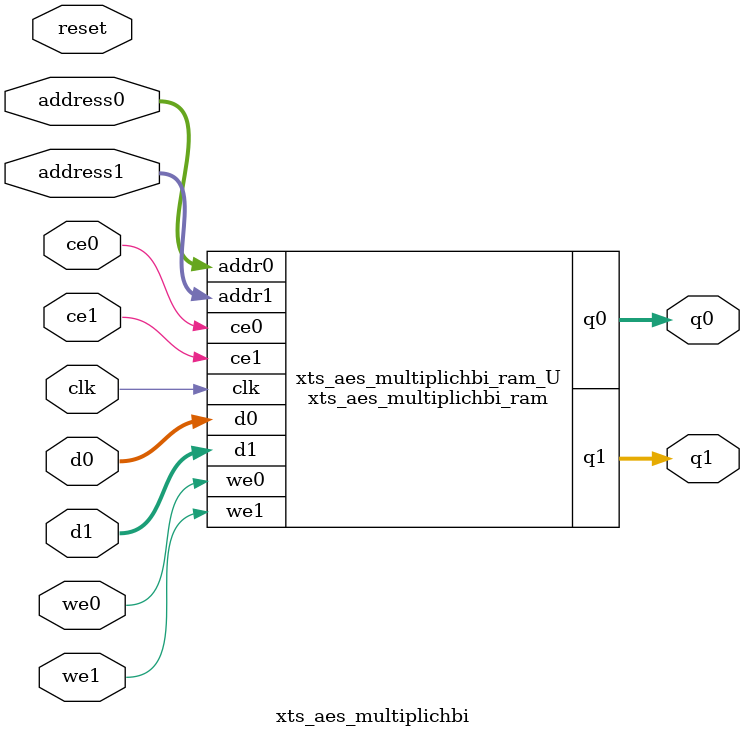
<source format=v>
`timescale 1 ns / 1 ps
module xts_aes_multiplichbi_ram (addr0, ce0, d0, we0, q0, addr1, ce1, d1, we1, q1,  clk);

parameter DWIDTH = 8;
parameter AWIDTH = 12;
parameter MEM_SIZE = 3840;

input[AWIDTH-1:0] addr0;
input ce0;
input[DWIDTH-1:0] d0;
input we0;
output reg[DWIDTH-1:0] q0;
input[AWIDTH-1:0] addr1;
input ce1;
input[DWIDTH-1:0] d1;
input we1;
output reg[DWIDTH-1:0] q1;
input clk;

(* ram_style = "block" *)reg [DWIDTH-1:0] ram[0:MEM_SIZE-1];




always @(posedge clk)  
begin 
    if (ce0) 
    begin
        if (we0) 
        begin 
            ram[addr0] <= d0; 
        end 
        q0 <= ram[addr0];
    end
end


always @(posedge clk)  
begin 
    if (ce1) 
    begin
        if (we1) 
        begin 
            ram[addr1] <= d1; 
        end 
        q1 <= ram[addr1];
    end
end


endmodule

`timescale 1 ns / 1 ps
module xts_aes_multiplichbi(
    reset,
    clk,
    address0,
    ce0,
    we0,
    d0,
    q0,
    address1,
    ce1,
    we1,
    d1,
    q1);

parameter DataWidth = 32'd8;
parameter AddressRange = 32'd3840;
parameter AddressWidth = 32'd12;
input reset;
input clk;
input[AddressWidth - 1:0] address0;
input ce0;
input we0;
input[DataWidth - 1:0] d0;
output[DataWidth - 1:0] q0;
input[AddressWidth - 1:0] address1;
input ce1;
input we1;
input[DataWidth - 1:0] d1;
output[DataWidth - 1:0] q1;



xts_aes_multiplichbi_ram xts_aes_multiplichbi_ram_U(
    .clk( clk ),
    .addr0( address0 ),
    .ce0( ce0 ),
    .we0( we0 ),
    .d0( d0 ),
    .q0( q0 ),
    .addr1( address1 ),
    .ce1( ce1 ),
    .we1( we1 ),
    .d1( d1 ),
    .q1( q1 ));

endmodule


</source>
